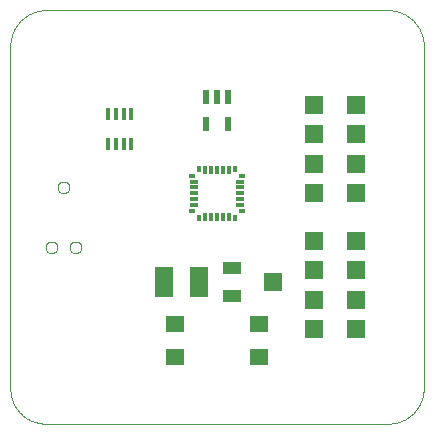
<source format=gtp>
G04 EAGLE Gerber RS-274X export*
G75*
%MOMM*%
%FSLAX35Y35*%
%LPD*%
%INsolder_paste_top*%
%IPPOS*%
%AMOC8*
5,1,8,0,0,1.08239X$1,22.5*%
G01*
%ADD10C,0.000000*%
%ADD11R,0.600000X1.200000*%
%ADD12R,0.550000X0.300000*%
%ADD13R,0.750000X0.300000*%
%ADD14R,0.300000X0.550000*%
%ADD15R,0.300000X0.750000*%
%ADD16R,0.450000X1.100000*%
%ADD17R,1.500000X2.600000*%
%ADD18R,1.500000X1.500000*%
%ADD19R,1.600000X1.600000*%
%ADD20R,1.600000X1.100000*%
%ADD21R,1.600000X1.400000*%


D10*
X3199983Y3499983D02*
X300074Y3499817D01*
X300074Y3499818D02*
X292788Y3499719D01*
X285506Y3499444D01*
X278233Y3498992D01*
X270973Y3498364D01*
X263730Y3497560D01*
X256509Y3496581D01*
X249314Y3495427D01*
X242149Y3494098D01*
X235018Y3492596D01*
X227926Y3490922D01*
X220876Y3489077D01*
X213874Y3487060D01*
X206922Y3484875D01*
X200025Y3482522D01*
X193188Y3480002D01*
X186413Y3477317D01*
X179706Y3474468D01*
X173070Y3471458D01*
X166509Y3468288D01*
X160026Y3464959D01*
X153626Y3461474D01*
X147313Y3457835D01*
X141089Y3454044D01*
X134960Y3450103D01*
X128928Y3446015D01*
X122996Y3441781D01*
X117170Y3437405D01*
X111451Y3432889D01*
X105843Y3428236D01*
X100349Y3423448D01*
X94974Y3418528D01*
X89719Y3413479D01*
X84589Y3408304D01*
X79585Y3403006D01*
X74711Y3397589D01*
X69970Y3392055D01*
X65365Y3386407D01*
X60898Y3380650D01*
X56572Y3374786D01*
X52390Y3368818D01*
X48353Y3362751D01*
X44465Y3356588D01*
X40727Y3350333D01*
X37143Y3343988D01*
X33713Y3337559D01*
X30440Y3331048D01*
X27326Y3324460D01*
X24372Y3317798D01*
X21581Y3311067D01*
X18954Y3304270D01*
X16493Y3297411D01*
X14199Y3290494D01*
X12073Y3283524D01*
X10117Y3276504D01*
X8332Y3269439D01*
X6718Y3262333D01*
X5278Y3255190D01*
X4011Y3248013D01*
X2918Y3240809D01*
X2001Y3233580D01*
X1259Y3226330D01*
X693Y3219065D01*
X304Y3211789D01*
X91Y3204505D01*
X92Y3204504D02*
X8Y295296D01*
X8Y295295D02*
X152Y288103D01*
X469Y280917D01*
X960Y273741D01*
X1624Y266579D01*
X2462Y259435D01*
X3471Y252313D01*
X4652Y245217D01*
X6005Y238152D01*
X7527Y231122D01*
X9219Y224131D01*
X11080Y217183D01*
X13108Y210282D01*
X15302Y203431D01*
X17661Y196636D01*
X20184Y189900D01*
X22868Y183227D01*
X25713Y176620D01*
X28717Y170084D01*
X31878Y163623D01*
X35194Y157240D01*
X38663Y150939D01*
X42284Y144723D01*
X46054Y138597D01*
X49970Y132564D01*
X54032Y126627D01*
X58235Y120790D01*
X62579Y115056D01*
X67059Y109429D01*
X71675Y103912D01*
X76422Y98508D01*
X81299Y93221D01*
X86301Y88052D01*
X91428Y83006D01*
X96674Y78086D01*
X102039Y73294D01*
X107517Y68632D01*
X113106Y64105D01*
X118803Y59713D01*
X124605Y55461D01*
X130508Y51350D01*
X136508Y47383D01*
X142602Y43562D01*
X148787Y39890D01*
X155059Y36368D01*
X161414Y32999D01*
X167849Y29784D01*
X174359Y26726D01*
X180942Y23825D01*
X187593Y21085D01*
X194308Y18506D01*
X201083Y16091D01*
X207914Y13839D01*
X214799Y11754D01*
X221731Y9835D01*
X228708Y8085D01*
X235725Y6503D01*
X242778Y5092D01*
X249863Y3851D01*
X256977Y2782D01*
X264114Y1886D01*
X271270Y1161D01*
X278442Y611D01*
X285625Y233D01*
X292815Y29D01*
X300008Y-1D01*
X300008Y0D02*
X3200000Y0D01*
X3207249Y88D01*
X3214494Y350D01*
X3221730Y788D01*
X3228954Y1401D01*
X3236161Y2187D01*
X3243347Y3148D01*
X3250507Y4282D01*
X3257638Y5589D01*
X3264735Y7068D01*
X3271795Y8717D01*
X3278812Y10537D01*
X3285784Y12526D01*
X3292705Y14683D01*
X3299572Y17006D01*
X3306381Y19495D01*
X3313128Y22148D01*
X3319809Y24962D01*
X3326420Y27938D01*
X3332957Y31072D01*
X3339417Y34363D01*
X3345795Y37810D01*
X3352088Y41409D01*
X3358292Y45160D01*
X3364404Y49059D01*
X3370419Y53105D01*
X3376336Y57295D01*
X3382149Y61627D01*
X3387856Y66098D01*
X3393453Y70705D01*
X3398937Y75447D01*
X3404305Y80319D01*
X3409553Y85320D01*
X3414680Y90447D01*
X3419681Y95695D01*
X3424553Y101063D01*
X3429295Y106547D01*
X3433902Y112144D01*
X3438373Y117851D01*
X3442705Y123664D01*
X3446895Y129581D01*
X3450941Y135596D01*
X3454840Y141708D01*
X3458591Y147912D01*
X3462190Y154205D01*
X3465637Y160583D01*
X3468928Y167043D01*
X3472062Y173580D01*
X3475038Y180191D01*
X3477852Y186872D01*
X3480505Y193619D01*
X3482994Y200428D01*
X3485317Y207295D01*
X3487474Y214216D01*
X3489463Y221188D01*
X3491283Y228205D01*
X3492932Y235265D01*
X3494411Y242362D01*
X3495718Y249493D01*
X3496852Y256653D01*
X3497813Y263839D01*
X3498599Y271046D01*
X3499212Y278270D01*
X3499650Y285506D01*
X3499912Y292751D01*
X3500000Y300000D01*
X3500000Y3199983D01*
X3499912Y3207232D01*
X3499650Y3214478D01*
X3499212Y3221714D01*
X3498599Y3228938D01*
X3497813Y3236145D01*
X3496852Y3243331D01*
X3495718Y3250492D01*
X3494411Y3257623D01*
X3492932Y3264721D01*
X3491282Y3271780D01*
X3489462Y3278798D01*
X3487473Y3285770D01*
X3485316Y3292691D01*
X3482992Y3299559D01*
X3480503Y3306368D01*
X3477851Y3313115D01*
X3475036Y3319796D01*
X3472060Y3326408D01*
X3468926Y3332945D01*
X3465634Y3339405D01*
X3462188Y3345783D01*
X3458588Y3352076D01*
X3454837Y3358280D01*
X3450938Y3364392D01*
X3446891Y3370408D01*
X3442701Y3376324D01*
X3438369Y3382137D01*
X3433898Y3387844D01*
X3429290Y3393442D01*
X3424548Y3398926D01*
X3419675Y3404294D01*
X3414674Y3409542D01*
X3409547Y3414669D01*
X3404298Y3419670D01*
X3398930Y3424542D01*
X3393445Y3429284D01*
X3387848Y3433891D01*
X3382141Y3438362D01*
X3376327Y3442694D01*
X3370411Y3446884D01*
X3364395Y3450930D01*
X3358283Y3454829D01*
X3352078Y3458580D01*
X3345785Y3462179D01*
X3339406Y3465625D01*
X3332947Y3468916D01*
X3326409Y3472051D01*
X3319798Y3475026D01*
X3313116Y3477840D01*
X3306369Y3480493D01*
X3299560Y3482981D01*
X3292692Y3485304D01*
X3285770Y3487461D01*
X3278798Y3489449D01*
X3271781Y3491269D01*
X3264721Y3492919D01*
X3257623Y3494397D01*
X3250492Y3495703D01*
X3243331Y3496837D01*
X3236145Y3497798D01*
X3228938Y3498584D01*
X3221714Y3499196D01*
X3214477Y3499633D01*
X3207232Y3499896D01*
X3199983Y3499983D01*
D11*
X1750000Y2765000D03*
X1845000Y2765000D03*
X1655000Y2765000D03*
X1655000Y2535000D03*
X1845000Y2535000D03*
D12*
X1958000Y1800000D03*
D13*
X1948000Y1850000D03*
X1948000Y1900000D03*
X1948000Y1950000D03*
X1948000Y2000000D03*
X1948000Y2050000D03*
D12*
X1958000Y2100000D03*
D14*
X1900000Y2158000D03*
D15*
X1850000Y2148000D03*
X1800000Y2148000D03*
X1750000Y2148000D03*
X1700000Y2148000D03*
X1650000Y2148000D03*
D14*
X1600000Y2158000D03*
D12*
X1542000Y2100000D03*
D13*
X1552000Y2050000D03*
X1552000Y2000000D03*
X1552000Y1950000D03*
X1552000Y1900000D03*
X1552000Y1850000D03*
D12*
X1542000Y1800000D03*
D14*
X1600000Y1742000D03*
D15*
X1650000Y1752000D03*
X1700000Y1752000D03*
X1750000Y1752000D03*
X1800000Y1752000D03*
X1850000Y1752000D03*
D14*
X1900000Y1742000D03*
D16*
X828500Y2366500D03*
X893500Y2366500D03*
X958500Y2366500D03*
X1023500Y2366500D03*
X1023500Y2621500D03*
X958500Y2621500D03*
X893500Y2621500D03*
X828500Y2621500D03*
D17*
X1300000Y1200000D03*
X1600000Y1198000D03*
D18*
X2925000Y1550000D03*
X2575000Y1550000D03*
X2575000Y1300000D03*
X2925000Y1300000D03*
X2575000Y1050000D03*
X2925000Y1050000D03*
X2925000Y800000D03*
X2575000Y800000D03*
X2925000Y1950000D03*
X2575000Y1950000D03*
X2575000Y2450000D03*
X2925000Y2450000D03*
X2925000Y2700000D03*
X2575000Y2700000D03*
X2575000Y2200000D03*
X2925000Y2200000D03*
D19*
X2220000Y1200000D03*
D20*
X1880000Y1315500D03*
X1880000Y1084500D03*
D21*
X1394400Y560300D03*
X1394400Y839700D03*
X2105600Y839700D03*
X2105600Y560300D03*
D10*
X400470Y2000000D02*
X400485Y2001216D01*
X400530Y2002430D01*
X400604Y2003644D01*
X400709Y2004855D01*
X400842Y2006063D01*
X401006Y2007268D01*
X401199Y2008468D01*
X401422Y2009663D01*
X401673Y2010852D01*
X401954Y2012035D01*
X402264Y2013210D01*
X402603Y2014378D01*
X402970Y2015537D01*
X403365Y2016686D01*
X403789Y2017826D01*
X404240Y2018954D01*
X404719Y2020072D01*
X405225Y2021177D01*
X405759Y2022269D01*
X406318Y2023348D01*
X406905Y2024413D01*
X407517Y2025464D01*
X408154Y2026498D01*
X408817Y2027517D01*
X409505Y2028520D01*
X410217Y2029505D01*
X410953Y2030472D01*
X411713Y2031421D01*
X412495Y2032352D01*
X413301Y2033262D01*
X414128Y2034153D01*
X414977Y2035023D01*
X415847Y2035872D01*
X416738Y2036699D01*
X417648Y2037505D01*
X418579Y2038287D01*
X419528Y2039047D01*
X420495Y2039783D01*
X421480Y2040495D01*
X422483Y2041183D01*
X423502Y2041846D01*
X424536Y2042483D01*
X425587Y2043095D01*
X426652Y2043682D01*
X427731Y2044241D01*
X428823Y2044775D01*
X429928Y2045281D01*
X431046Y2045760D01*
X432174Y2046211D01*
X433314Y2046635D01*
X434463Y2047030D01*
X435622Y2047397D01*
X436790Y2047736D01*
X437965Y2048046D01*
X439148Y2048327D01*
X440337Y2048578D01*
X441532Y2048801D01*
X442732Y2048994D01*
X443937Y2049158D01*
X445145Y2049291D01*
X446356Y2049396D01*
X447570Y2049470D01*
X448784Y2049515D01*
X450000Y2049530D01*
X451216Y2049515D01*
X452430Y2049470D01*
X453644Y2049396D01*
X454855Y2049291D01*
X456063Y2049158D01*
X457268Y2048994D01*
X458468Y2048801D01*
X459663Y2048578D01*
X460852Y2048327D01*
X462035Y2048046D01*
X463210Y2047736D01*
X464378Y2047397D01*
X465537Y2047030D01*
X466686Y2046635D01*
X467826Y2046211D01*
X468954Y2045760D01*
X470072Y2045281D01*
X471177Y2044775D01*
X472269Y2044241D01*
X473348Y2043682D01*
X474413Y2043095D01*
X475464Y2042483D01*
X476498Y2041846D01*
X477517Y2041183D01*
X478520Y2040495D01*
X479505Y2039783D01*
X480472Y2039047D01*
X481421Y2038287D01*
X482352Y2037505D01*
X483262Y2036699D01*
X484153Y2035872D01*
X485023Y2035023D01*
X485872Y2034153D01*
X486699Y2033262D01*
X487505Y2032352D01*
X488287Y2031421D01*
X489047Y2030472D01*
X489783Y2029505D01*
X490495Y2028520D01*
X491183Y2027517D01*
X491846Y2026498D01*
X492483Y2025464D01*
X493095Y2024413D01*
X493682Y2023348D01*
X494241Y2022269D01*
X494775Y2021177D01*
X495281Y2020072D01*
X495760Y2018954D01*
X496211Y2017826D01*
X496635Y2016686D01*
X497030Y2015537D01*
X497397Y2014378D01*
X497736Y2013210D01*
X498046Y2012035D01*
X498327Y2010852D01*
X498578Y2009663D01*
X498801Y2008468D01*
X498994Y2007268D01*
X499158Y2006063D01*
X499291Y2004855D01*
X499396Y2003644D01*
X499470Y2002430D01*
X499515Y2001216D01*
X499530Y2000000D01*
X499515Y1998784D01*
X499470Y1997570D01*
X499396Y1996356D01*
X499291Y1995145D01*
X499158Y1993937D01*
X498994Y1992732D01*
X498801Y1991532D01*
X498578Y1990337D01*
X498327Y1989148D01*
X498046Y1987965D01*
X497736Y1986790D01*
X497397Y1985622D01*
X497030Y1984463D01*
X496635Y1983314D01*
X496211Y1982174D01*
X495760Y1981046D01*
X495281Y1979928D01*
X494775Y1978823D01*
X494241Y1977731D01*
X493682Y1976652D01*
X493095Y1975587D01*
X492483Y1974536D01*
X491846Y1973502D01*
X491183Y1972483D01*
X490495Y1971480D01*
X489783Y1970495D01*
X489047Y1969528D01*
X488287Y1968579D01*
X487505Y1967648D01*
X486699Y1966738D01*
X485872Y1965847D01*
X485023Y1964977D01*
X484153Y1964128D01*
X483262Y1963301D01*
X482352Y1962495D01*
X481421Y1961713D01*
X480472Y1960953D01*
X479505Y1960217D01*
X478520Y1959505D01*
X477517Y1958817D01*
X476498Y1958154D01*
X475464Y1957517D01*
X474413Y1956905D01*
X473348Y1956318D01*
X472269Y1955759D01*
X471177Y1955225D01*
X470072Y1954719D01*
X468954Y1954240D01*
X467826Y1953789D01*
X466686Y1953365D01*
X465537Y1952970D01*
X464378Y1952603D01*
X463210Y1952264D01*
X462035Y1951954D01*
X460852Y1951673D01*
X459663Y1951422D01*
X458468Y1951199D01*
X457268Y1951006D01*
X456063Y1950842D01*
X454855Y1950709D01*
X453644Y1950604D01*
X452430Y1950530D01*
X451216Y1950485D01*
X450000Y1950470D01*
X448784Y1950485D01*
X447570Y1950530D01*
X446356Y1950604D01*
X445145Y1950709D01*
X443937Y1950842D01*
X442732Y1951006D01*
X441532Y1951199D01*
X440337Y1951422D01*
X439148Y1951673D01*
X437965Y1951954D01*
X436790Y1952264D01*
X435622Y1952603D01*
X434463Y1952970D01*
X433314Y1953365D01*
X432174Y1953789D01*
X431046Y1954240D01*
X429928Y1954719D01*
X428823Y1955225D01*
X427731Y1955759D01*
X426652Y1956318D01*
X425587Y1956905D01*
X424536Y1957517D01*
X423502Y1958154D01*
X422483Y1958817D01*
X421480Y1959505D01*
X420495Y1960217D01*
X419528Y1960953D01*
X418579Y1961713D01*
X417648Y1962495D01*
X416738Y1963301D01*
X415847Y1964128D01*
X414977Y1964977D01*
X414128Y1965847D01*
X413301Y1966738D01*
X412495Y1967648D01*
X411713Y1968579D01*
X410953Y1969528D01*
X410217Y1970495D01*
X409505Y1971480D01*
X408817Y1972483D01*
X408154Y1973502D01*
X407517Y1974536D01*
X406905Y1975587D01*
X406318Y1976652D01*
X405759Y1977731D01*
X405225Y1978823D01*
X404719Y1979928D01*
X404240Y1981046D01*
X403789Y1982174D01*
X403365Y1983314D01*
X402970Y1984463D01*
X402603Y1985622D01*
X402264Y1986790D01*
X401954Y1987965D01*
X401673Y1989148D01*
X401422Y1990337D01*
X401199Y1991532D01*
X401006Y1992732D01*
X400842Y1993937D01*
X400709Y1995145D01*
X400604Y1996356D01*
X400530Y1997570D01*
X400485Y1998784D01*
X400470Y2000000D01*
X298870Y1492000D02*
X298885Y1493216D01*
X298930Y1494430D01*
X299004Y1495644D01*
X299109Y1496855D01*
X299242Y1498063D01*
X299406Y1499268D01*
X299599Y1500468D01*
X299822Y1501663D01*
X300073Y1502852D01*
X300354Y1504035D01*
X300664Y1505210D01*
X301003Y1506378D01*
X301370Y1507537D01*
X301765Y1508686D01*
X302189Y1509826D01*
X302640Y1510954D01*
X303119Y1512072D01*
X303625Y1513177D01*
X304159Y1514269D01*
X304718Y1515348D01*
X305305Y1516413D01*
X305917Y1517464D01*
X306554Y1518498D01*
X307217Y1519517D01*
X307905Y1520520D01*
X308617Y1521505D01*
X309353Y1522472D01*
X310113Y1523421D01*
X310895Y1524352D01*
X311701Y1525262D01*
X312528Y1526153D01*
X313377Y1527023D01*
X314247Y1527872D01*
X315138Y1528699D01*
X316048Y1529505D01*
X316979Y1530287D01*
X317928Y1531047D01*
X318895Y1531783D01*
X319880Y1532495D01*
X320883Y1533183D01*
X321902Y1533846D01*
X322936Y1534483D01*
X323987Y1535095D01*
X325052Y1535682D01*
X326131Y1536241D01*
X327223Y1536775D01*
X328328Y1537281D01*
X329446Y1537760D01*
X330574Y1538211D01*
X331714Y1538635D01*
X332863Y1539030D01*
X334022Y1539397D01*
X335190Y1539736D01*
X336365Y1540046D01*
X337548Y1540327D01*
X338737Y1540578D01*
X339932Y1540801D01*
X341132Y1540994D01*
X342337Y1541158D01*
X343545Y1541291D01*
X344756Y1541396D01*
X345970Y1541470D01*
X347184Y1541515D01*
X348400Y1541530D01*
X349616Y1541515D01*
X350830Y1541470D01*
X352044Y1541396D01*
X353255Y1541291D01*
X354463Y1541158D01*
X355668Y1540994D01*
X356868Y1540801D01*
X358063Y1540578D01*
X359252Y1540327D01*
X360435Y1540046D01*
X361610Y1539736D01*
X362778Y1539397D01*
X363937Y1539030D01*
X365086Y1538635D01*
X366226Y1538211D01*
X367354Y1537760D01*
X368472Y1537281D01*
X369577Y1536775D01*
X370669Y1536241D01*
X371748Y1535682D01*
X372813Y1535095D01*
X373864Y1534483D01*
X374898Y1533846D01*
X375917Y1533183D01*
X376920Y1532495D01*
X377905Y1531783D01*
X378872Y1531047D01*
X379821Y1530287D01*
X380752Y1529505D01*
X381662Y1528699D01*
X382553Y1527872D01*
X383423Y1527023D01*
X384272Y1526153D01*
X385099Y1525262D01*
X385905Y1524352D01*
X386687Y1523421D01*
X387447Y1522472D01*
X388183Y1521505D01*
X388895Y1520520D01*
X389583Y1519517D01*
X390246Y1518498D01*
X390883Y1517464D01*
X391495Y1516413D01*
X392082Y1515348D01*
X392641Y1514269D01*
X393175Y1513177D01*
X393681Y1512072D01*
X394160Y1510954D01*
X394611Y1509826D01*
X395035Y1508686D01*
X395430Y1507537D01*
X395797Y1506378D01*
X396136Y1505210D01*
X396446Y1504035D01*
X396727Y1502852D01*
X396978Y1501663D01*
X397201Y1500468D01*
X397394Y1499268D01*
X397558Y1498063D01*
X397691Y1496855D01*
X397796Y1495644D01*
X397870Y1494430D01*
X397915Y1493216D01*
X397930Y1492000D01*
X397915Y1490784D01*
X397870Y1489570D01*
X397796Y1488356D01*
X397691Y1487145D01*
X397558Y1485937D01*
X397394Y1484732D01*
X397201Y1483532D01*
X396978Y1482337D01*
X396727Y1481148D01*
X396446Y1479965D01*
X396136Y1478790D01*
X395797Y1477622D01*
X395430Y1476463D01*
X395035Y1475314D01*
X394611Y1474174D01*
X394160Y1473046D01*
X393681Y1471928D01*
X393175Y1470823D01*
X392641Y1469731D01*
X392082Y1468652D01*
X391495Y1467587D01*
X390883Y1466536D01*
X390246Y1465502D01*
X389583Y1464483D01*
X388895Y1463480D01*
X388183Y1462495D01*
X387447Y1461528D01*
X386687Y1460579D01*
X385905Y1459648D01*
X385099Y1458738D01*
X384272Y1457847D01*
X383423Y1456977D01*
X382553Y1456128D01*
X381662Y1455301D01*
X380752Y1454495D01*
X379821Y1453713D01*
X378872Y1452953D01*
X377905Y1452217D01*
X376920Y1451505D01*
X375917Y1450817D01*
X374898Y1450154D01*
X373864Y1449517D01*
X372813Y1448905D01*
X371748Y1448318D01*
X370669Y1447759D01*
X369577Y1447225D01*
X368472Y1446719D01*
X367354Y1446240D01*
X366226Y1445789D01*
X365086Y1445365D01*
X363937Y1444970D01*
X362778Y1444603D01*
X361610Y1444264D01*
X360435Y1443954D01*
X359252Y1443673D01*
X358063Y1443422D01*
X356868Y1443199D01*
X355668Y1443006D01*
X354463Y1442842D01*
X353255Y1442709D01*
X352044Y1442604D01*
X350830Y1442530D01*
X349616Y1442485D01*
X348400Y1442470D01*
X347184Y1442485D01*
X345970Y1442530D01*
X344756Y1442604D01*
X343545Y1442709D01*
X342337Y1442842D01*
X341132Y1443006D01*
X339932Y1443199D01*
X338737Y1443422D01*
X337548Y1443673D01*
X336365Y1443954D01*
X335190Y1444264D01*
X334022Y1444603D01*
X332863Y1444970D01*
X331714Y1445365D01*
X330574Y1445789D01*
X329446Y1446240D01*
X328328Y1446719D01*
X327223Y1447225D01*
X326131Y1447759D01*
X325052Y1448318D01*
X323987Y1448905D01*
X322936Y1449517D01*
X321902Y1450154D01*
X320883Y1450817D01*
X319880Y1451505D01*
X318895Y1452217D01*
X317928Y1452953D01*
X316979Y1453713D01*
X316048Y1454495D01*
X315138Y1455301D01*
X314247Y1456128D01*
X313377Y1456977D01*
X312528Y1457847D01*
X311701Y1458738D01*
X310895Y1459648D01*
X310113Y1460579D01*
X309353Y1461528D01*
X308617Y1462495D01*
X307905Y1463480D01*
X307217Y1464483D01*
X306554Y1465502D01*
X305917Y1466536D01*
X305305Y1467587D01*
X304718Y1468652D01*
X304159Y1469731D01*
X303625Y1470823D01*
X303119Y1471928D01*
X302640Y1473046D01*
X302189Y1474174D01*
X301765Y1475314D01*
X301370Y1476463D01*
X301003Y1477622D01*
X300664Y1478790D01*
X300354Y1479965D01*
X300073Y1481148D01*
X299822Y1482337D01*
X299599Y1483532D01*
X299406Y1484732D01*
X299242Y1485937D01*
X299109Y1487145D01*
X299004Y1488356D01*
X298930Y1489570D01*
X298885Y1490784D01*
X298870Y1492000D01*
X502070Y1492000D02*
X502085Y1493216D01*
X502130Y1494430D01*
X502204Y1495644D01*
X502309Y1496855D01*
X502442Y1498063D01*
X502606Y1499268D01*
X502799Y1500468D01*
X503022Y1501663D01*
X503273Y1502852D01*
X503554Y1504035D01*
X503864Y1505210D01*
X504203Y1506378D01*
X504570Y1507537D01*
X504965Y1508686D01*
X505389Y1509826D01*
X505840Y1510954D01*
X506319Y1512072D01*
X506825Y1513177D01*
X507359Y1514269D01*
X507918Y1515348D01*
X508505Y1516413D01*
X509117Y1517464D01*
X509754Y1518498D01*
X510417Y1519517D01*
X511105Y1520520D01*
X511817Y1521505D01*
X512553Y1522472D01*
X513313Y1523421D01*
X514095Y1524352D01*
X514901Y1525262D01*
X515728Y1526153D01*
X516577Y1527023D01*
X517447Y1527872D01*
X518338Y1528699D01*
X519248Y1529505D01*
X520179Y1530287D01*
X521128Y1531047D01*
X522095Y1531783D01*
X523080Y1532495D01*
X524083Y1533183D01*
X525102Y1533846D01*
X526136Y1534483D01*
X527187Y1535095D01*
X528252Y1535682D01*
X529331Y1536241D01*
X530423Y1536775D01*
X531528Y1537281D01*
X532646Y1537760D01*
X533774Y1538211D01*
X534914Y1538635D01*
X536063Y1539030D01*
X537222Y1539397D01*
X538390Y1539736D01*
X539565Y1540046D01*
X540748Y1540327D01*
X541937Y1540578D01*
X543132Y1540801D01*
X544332Y1540994D01*
X545537Y1541158D01*
X546745Y1541291D01*
X547956Y1541396D01*
X549170Y1541470D01*
X550384Y1541515D01*
X551600Y1541530D01*
X552816Y1541515D01*
X554030Y1541470D01*
X555244Y1541396D01*
X556455Y1541291D01*
X557663Y1541158D01*
X558868Y1540994D01*
X560068Y1540801D01*
X561263Y1540578D01*
X562452Y1540327D01*
X563635Y1540046D01*
X564810Y1539736D01*
X565978Y1539397D01*
X567137Y1539030D01*
X568286Y1538635D01*
X569426Y1538211D01*
X570554Y1537760D01*
X571672Y1537281D01*
X572777Y1536775D01*
X573869Y1536241D01*
X574948Y1535682D01*
X576013Y1535095D01*
X577064Y1534483D01*
X578098Y1533846D01*
X579117Y1533183D01*
X580120Y1532495D01*
X581105Y1531783D01*
X582072Y1531047D01*
X583021Y1530287D01*
X583952Y1529505D01*
X584862Y1528699D01*
X585753Y1527872D01*
X586623Y1527023D01*
X587472Y1526153D01*
X588299Y1525262D01*
X589105Y1524352D01*
X589887Y1523421D01*
X590647Y1522472D01*
X591383Y1521505D01*
X592095Y1520520D01*
X592783Y1519517D01*
X593446Y1518498D01*
X594083Y1517464D01*
X594695Y1516413D01*
X595282Y1515348D01*
X595841Y1514269D01*
X596375Y1513177D01*
X596881Y1512072D01*
X597360Y1510954D01*
X597811Y1509826D01*
X598235Y1508686D01*
X598630Y1507537D01*
X598997Y1506378D01*
X599336Y1505210D01*
X599646Y1504035D01*
X599927Y1502852D01*
X600178Y1501663D01*
X600401Y1500468D01*
X600594Y1499268D01*
X600758Y1498063D01*
X600891Y1496855D01*
X600996Y1495644D01*
X601070Y1494430D01*
X601115Y1493216D01*
X601130Y1492000D01*
X601115Y1490784D01*
X601070Y1489570D01*
X600996Y1488356D01*
X600891Y1487145D01*
X600758Y1485937D01*
X600594Y1484732D01*
X600401Y1483532D01*
X600178Y1482337D01*
X599927Y1481148D01*
X599646Y1479965D01*
X599336Y1478790D01*
X598997Y1477622D01*
X598630Y1476463D01*
X598235Y1475314D01*
X597811Y1474174D01*
X597360Y1473046D01*
X596881Y1471928D01*
X596375Y1470823D01*
X595841Y1469731D01*
X595282Y1468652D01*
X594695Y1467587D01*
X594083Y1466536D01*
X593446Y1465502D01*
X592783Y1464483D01*
X592095Y1463480D01*
X591383Y1462495D01*
X590647Y1461528D01*
X589887Y1460579D01*
X589105Y1459648D01*
X588299Y1458738D01*
X587472Y1457847D01*
X586623Y1456977D01*
X585753Y1456128D01*
X584862Y1455301D01*
X583952Y1454495D01*
X583021Y1453713D01*
X582072Y1452953D01*
X581105Y1452217D01*
X580120Y1451505D01*
X579117Y1450817D01*
X578098Y1450154D01*
X577064Y1449517D01*
X576013Y1448905D01*
X574948Y1448318D01*
X573869Y1447759D01*
X572777Y1447225D01*
X571672Y1446719D01*
X570554Y1446240D01*
X569426Y1445789D01*
X568286Y1445365D01*
X567137Y1444970D01*
X565978Y1444603D01*
X564810Y1444264D01*
X563635Y1443954D01*
X562452Y1443673D01*
X561263Y1443422D01*
X560068Y1443199D01*
X558868Y1443006D01*
X557663Y1442842D01*
X556455Y1442709D01*
X555244Y1442604D01*
X554030Y1442530D01*
X552816Y1442485D01*
X551600Y1442470D01*
X550384Y1442485D01*
X549170Y1442530D01*
X547956Y1442604D01*
X546745Y1442709D01*
X545537Y1442842D01*
X544332Y1443006D01*
X543132Y1443199D01*
X541937Y1443422D01*
X540748Y1443673D01*
X539565Y1443954D01*
X538390Y1444264D01*
X537222Y1444603D01*
X536063Y1444970D01*
X534914Y1445365D01*
X533774Y1445789D01*
X532646Y1446240D01*
X531528Y1446719D01*
X530423Y1447225D01*
X529331Y1447759D01*
X528252Y1448318D01*
X527187Y1448905D01*
X526136Y1449517D01*
X525102Y1450154D01*
X524083Y1450817D01*
X523080Y1451505D01*
X522095Y1452217D01*
X521128Y1452953D01*
X520179Y1453713D01*
X519248Y1454495D01*
X518338Y1455301D01*
X517447Y1456128D01*
X516577Y1456977D01*
X515728Y1457847D01*
X514901Y1458738D01*
X514095Y1459648D01*
X513313Y1460579D01*
X512553Y1461528D01*
X511817Y1462495D01*
X511105Y1463480D01*
X510417Y1464483D01*
X509754Y1465502D01*
X509117Y1466536D01*
X508505Y1467587D01*
X507918Y1468652D01*
X507359Y1469731D01*
X506825Y1470823D01*
X506319Y1471928D01*
X505840Y1473046D01*
X505389Y1474174D01*
X504965Y1475314D01*
X504570Y1476463D01*
X504203Y1477622D01*
X503864Y1478790D01*
X503554Y1479965D01*
X503273Y1481148D01*
X503022Y1482337D01*
X502799Y1483532D01*
X502606Y1484732D01*
X502442Y1485937D01*
X502309Y1487145D01*
X502204Y1488356D01*
X502130Y1489570D01*
X502085Y1490784D01*
X502070Y1492000D01*
M02*

</source>
